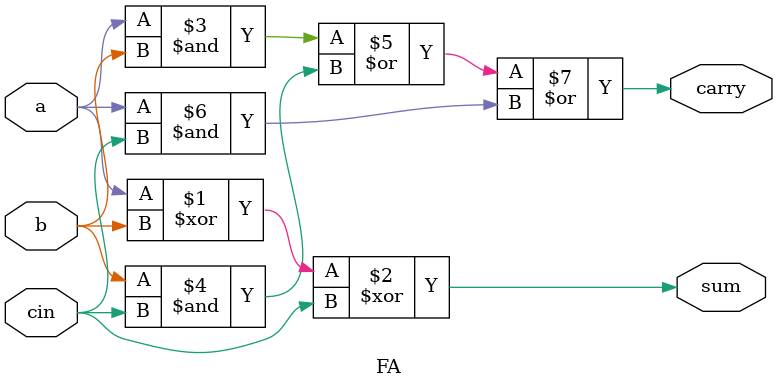
<source format=sv>
module FA(output carry, sum, input a, b, cin);
    assign sum = a ^ b ^ cin;
    assign carry = (a & b) | (b & cin) | (a & cin);
endmodule
</source>
